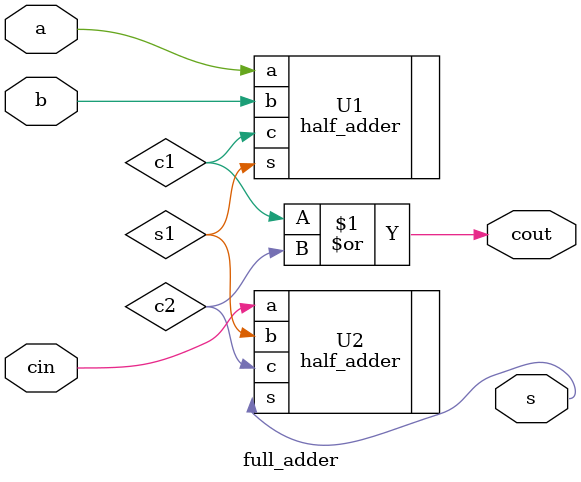
<source format=v>
`timescale 1ns / 1ps
module full_adder(a, b, cin, s, cout);
	input a, b, cin;
	output s, cout;
	
	wire s1;
	wire c1, c2;
	
	half_adder U1 (.a(a), .b(b), .s(s1), .c(c1));
	half_adder U2 (.a(cin), .b(s1), .s(s), .c(c2));
	
	assign cout = c1 | c2;
	
endmodule

</source>
